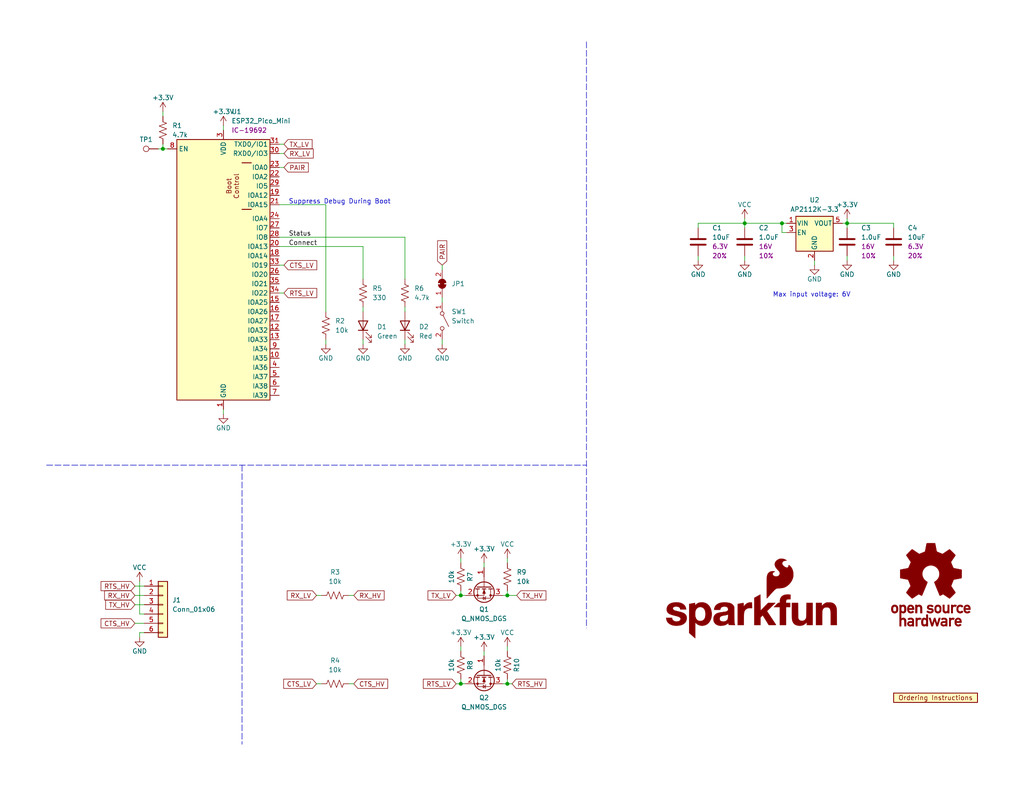
<source format=kicad_sch>
(kicad_sch (version 20230121) (generator eeschema)
  (paper "USLetter")
  (title_block (title "BlueSMiRF - ESP32") (date "2023-07-29") (rev "v10") (comment 1 "Designed by: N. Seidle"))
  (lib_symbols
    (symbol "SparkFun-Aesthetic:OSHW_Logo" (pin_names (offset 1.016)) (in_bom no))
    (symbol "SparkFun-Aesthetic:Ordering_Instructions"
      (symbol "Ordering_Instructions_1_1"
        (text "Ordering Instructions" (at 1.27 0 0) (effects (font (size 1.27 1.27))))
      )
    )
    (symbol "SparkFun-Aesthetic:SparkFun_Logo" (pin_names (offset 1.016)) (on_board no))
    (symbol "SparkFun-Capacitor:1.0uF_0603_16V_10%" (pin_numbers hide) (pin_names (offset 0.254))
      (property "Reference" "C" (at 0.635 2.54 0))
      (property "Value" "1.0uF" (at 0.635 -2.54 0))
      (property "Voltage" "16V" (at 0 -6.35 0))
      (property "Tolerance" "10%" (at 0 -8.89 0))
      (symbol "1.0uF_0603_16V_10%_1_1"
        (pin passive line (at 0 3.81 270) (length 2.794) (name "~") (number "1"))
        (pin passive line (at 0 -3.81 90) (length 2.794) (name "~") (number "2"))
      )
    )
    (symbol "SparkFun-Capacitor:10uF_0603_6.3V_20%" (pin_numbers hide) (pin_names (offset 0.254))
      (property "Reference" "C" (at 0.635 2.54 0))
      (property "Value" "10uF" (at 0.635 -2.54 0))
      (property "Voltage" "6.3V" (at 0 -8.89 0))
      (property "Tolerance" "20%" (at 0 -6.35 0))
      (symbol "10uF_0603_6.3V_20%_1_1"
        (pin passive line (at 0 3.81 270) (length 2.794) (name "~") (number "1"))
        (pin passive line (at 0 -3.81 90) (length 2.794) (name "~") (number "2"))
      )
    )
    (symbol "SparkFun-Connector:Conn_01x06_RA_SMD" (pin_names (offset 1.016) hide)
      (property "Reference" "J" (at 0 7.62 0))
      (property "Value" "Conn_01x06" (at 0 -10.16 0))
      (symbol "Conn_01x06_RA_SMD_1_1"
        (pin passive line (at -5.08 5.08 0) (length 3.81) (name "Pin_1") (number "1"))
        (pin passive line (at -5.08 2.54 0) (length 3.81) (name "Pin_2") (number "2"))
        (pin passive line (at -5.08 0 0) (length 3.81) (name "Pin_3") (number "3"))
        (pin passive line (at -5.08 -2.54 0) (length 3.81) (name "Pin_4") (number "4"))
        (pin passive line (at -5.08 -5.08 0) (length 3.81) (name "Pin_5") (number "5"))
        (pin passive line (at -5.08 -7.62 0) (length 3.81) (name "Pin_6") (number "6"))
      )
    )
    (symbol "SparkFun-Connector:TestPoint_PTH" (pin_numbers hide) (pin_names (offset 0.762) hide)
      (property "Reference" "TP" (at 0 5.08 0))
      (symbol "TestPoint_PTH_1_1"
        (pin passive line (at 0 0 90) (length 2.54) (name "1") (number "1"))
      )
    )
    (symbol "SparkFun-DiscreteSemi:Q_NMOS_0.2A_50V" (pin_names (offset 0) hide)
      (property "Reference" "Q" (at 5.08 1.27 0))
      (property "Value" "Q_NMOS_0.2A_50V" (at 5.08 -1.27 0))
      (symbol "Q_NMOS_0.2A_50V_1_1"
        (pin input line (at -5.08 0 0) (length 2.54) (name "G") (number "1"))
        (pin passive line (at 2.54 -5.08 90) (length 2.54) (name "S") (number "2"))
        (pin passive line (at 2.54 5.08 270) (length 2.54) (name "D") (number "3"))
      )
    )
    (symbol "SparkFun-Jumper:SolderJumper_2_Bridged" (pin_names (offset 0) hide)
      (property "Reference" "JP" (at 0 2.032 0))
      (symbol "SolderJumper_2_Bridged_1_1"
        (pin passive line (at -3.81 0 0) (length 2.54) (name "A") (number "1"))
        (pin passive line (at 3.81 0 180) (length 2.54) (name "B") (number "2"))
      )
    )
    (symbol "SparkFun-LED:LED_Green_0603" (pin_numbers hide) (pin_names (offset 1.016) hide)
      (property "Reference" "D" (at 0 2.54 0))
      (property "Value" "Green" (at 0 -2.54 0))
      (symbol "LED_Green_0603_1_1"
        (pin passive line (at -3.81 0 0) (length 2.54) (name "K") (number "1"))
        (pin passive line (at 3.81 0 180) (length 2.54) (name "A") (number "2"))
      )
    )
    (symbol "SparkFun-LED:LED_Red_0603" (pin_numbers hide) (pin_names (offset 1.016) hide)
      (property "Reference" "D" (at 0 2.54 0))
      (property "Value" "Red" (at 0 -2.54 0))
      (symbol "LED_Red_0603_1_1"
        (pin passive line (at -3.81 0 0) (length 2.54) (name "K") (number "1"))
        (pin passive line (at 3.81 0 180) (length 2.54) (name "A") (number "2"))
      )
    )
    (symbol "SparkFun-PowerSymbol:GND" (power) (pin_names (offset 0))
      (property "Value" "GND" (at 0 -3.81 0))
      (symbol "GND_1_1"
        (pin power_in line (at 0 0 270) (length 0) hide (name "GND") (number "1"))
      )
    )
    (symbol "SparkFun-PowerSymbol:VCC" (power) (pin_names (offset 0))
      (property "Value" "VCC" (at 0 3.81 0))
      (symbol "VCC_1_1"
        (pin power_in line (at 0 0 90) (length 0) hide (name "VCC") (number "1"))
      )
    )
    (symbol "SparkFun-RF:ESP32-PICO-V3-02"
      (property "Reference" "U" (at -12.7 33.02 0))
      (property "Value" "ESP32-PICO-V3-02" (at 1.27 33.02 0))
      (property "PROD_ID" "IC-19692" (at -1.27 -59.69 0))
      (symbol "ESP32-PICO-V3-02_1_1"
        (text "Boot\nControl" (at 2.54 19.05 900) (effects (font (size 1.27 1.27))))
        (pin power_in line (at 0 -41.91 90) (length 2.54) (name "GND") (number "1"))
        (pin input line (at 15.24 -27.94 180) (length 2.54) (name "IA35") (number "10"))
        (pin passive line (at 0 -41.91 90) (length 2.54) hide (name "GND") (number "11"))
        (pin bidirectional line (at 15.24 -20.32 180) (length 2.54) (name "IOA32") (number "12"))
        (pin bidirectional line (at 15.24 -22.86 180) (length 2.54) (name "IOA33") (number "13"))
        (pin passive line (at 0 -41.91 90) (length 2.54) hide (name "GND") (number "14"))
        (pin bidirectional line (at 15.24 -12.7 180) (length 2.54) (name "IOA25") (number "15"))
        (pin bidirectional line (at 15.24 -15.24 180) (length 2.54) (name "IOA26") (number "16"))
        (pin bidirectional line (at 15.24 -17.78 180) (length 2.54) (name "IOA27") (number "17"))
        (pin bidirectional line (at 15.24 0 180) (length 2.54) (name "IOA14") (number "18"))
        (pin bidirectional line (at 15.24 16.51 180) (length 2.54) (name "IOA12") (number "19"))
        (pin passive line (at 0 -41.91 90) (length 2.54) hide (name "GND") (number "2"))
        (pin bidirectional line (at 15.24 2.54 180) (length 2.54) (name "IOA13") (number "20"))
        (pin bidirectional line (at 15.24 13.97 180) (length 2.54) (name "IOA15") (number "21"))
        (pin bidirectional line (at 15.24 21.59 180) (length 2.54) (name "IOA2") (number "22"))
        (pin bidirectional line (at 15.24 24.13 180) (length 2.54) (name "IOA0") (number "23"))
        (pin bidirectional line (at 15.24 10.16 180) (length 2.54) (name "IOA4") (number "24"))
        (pin no_connect line (at -12.7 -11.43 0) (length 2.54) hide (name "NC") (number "25"))
        (pin bidirectional line (at 15.24 -5.08 180) (length 2.54) (name "IO20") (number "26"))
        (pin bidirectional line (at 15.24 7.62 180) (length 2.54) (name "IO7") (number "27"))
        (pin bidirectional line (at 15.24 5.08 180) (length 2.54) (name "IO8") (number "28"))
        (pin bidirectional line (at 15.24 19.05 180) (length 2.54) (name "IO5") (number "29"))
        (pin power_in line (at 0 34.29 270) (length 2.54) (name "VDD") (number "3"))
        (pin bidirectional line (at 15.24 27.94 180) (length 2.54) (name "RXD0/IO3") (number "30"))
        (pin bidirectional line (at 15.24 30.48 180) (length 2.54) (name "TXD0/IO1") (number "31"))
        (pin no_connect line (at -12.7 -13.97 0) (length 2.54) hide (name "NC") (number "32"))
        (pin bidirectional line (at 15.24 -2.54 180) (length 2.54) (name "IO19") (number "33"))
        (pin bidirectional line (at 15.24 -10.16 180) (length 2.54) (name "IO22") (number "34"))
        (pin bidirectional line (at 15.24 -7.62 180) (length 2.54) (name "IO21") (number "35"))
        (pin passive line (at 0 -41.91 90) (length 2.54) hide (name "GND") (number "36"))
        (pin passive line (at 0 -41.91 90) (length 2.54) hide (name "GND") (number "37"))
        (pin passive line (at 0 -41.91 90) (length 2.54) hide (name "GND") (number "38"))
        (pin passive line (at 0 -41.91 90) (length 2.54) hide (name "GND") (number "39"))
        (pin input line (at 15.24 -30.48 180) (length 2.54) (name "IA36") (number "4"))
        (pin passive line (at 0 -41.91 90) (length 2.54) hide (name "GND") (number "40"))
        (pin passive line (at 0 -41.91 90) (length 2.54) hide (name "GND") (number "41"))
        (pin passive line (at 0 -41.91 90) (length 2.54) hide (name "GND") (number "42"))
        (pin passive line (at 0 -41.91 90) (length 2.54) hide (name "GND") (number "43"))
        (pin passive line (at 0 -41.91 90) (length 2.54) hide (name "GND") (number "44"))
        (pin passive line (at 0 -41.91 90) (length 2.54) hide (name "GND") (number "45"))
        (pin passive line (at 0 -41.91 90) (length 2.54) hide (name "GND") (number "46"))
        (pin passive line (at 0 -41.91 90) (length 2.54) hide (name "GND") (number "47"))
        (pin passive line (at 0 -41.91 90) (length 2.54) hide (name "GND") (number "48"))
        (pin passive line (at 0 -41.91 90) (length 2.54) hide (name "GND") (number "49.1"))
        (pin passive line (at 0 -41.91 90) (length 2.54) hide (name "GND") (number "49.2"))
        (pin passive line (at 0 -41.91 90) (length 2.54) hide (name "GND") (number "49.3"))
        (pin passive line (at 0 -41.91 90) (length 2.54) hide (name "GND") (number "49.4"))
        (pin passive line (at 0 -41.91 90) (length 2.54) hide (name "GND") (number "49.5"))
        (pin passive line (at 0 -41.91 90) (length 2.54) hide (name "GND") (number "49.6"))
        (pin passive line (at 0 -41.91 90) (length 2.54) hide (name "GND") (number "49.7"))
        (pin passive line (at 0 -41.91 90) (length 2.54) hide (name "GND") (number "49.8"))
        (pin passive line (at 0 -41.91 90) (length 2.54) hide (name "GND") (number "49.9"))
        (pin input line (at 15.24 -33.02 180) (length 2.54) (name "IA37") (number "5"))
        (pin passive line (at 0 -41.91 90) (length 2.54) hide (name "GND") (number "50"))
        (pin passive line (at 0 -41.91 90) (length 2.54) hide (name "GND") (number "51"))
        (pin passive line (at 0 -41.91 90) (length 2.54) hide (name "GND") (number "52"))
        (pin passive line (at 0 -41.91 90) (length 2.54) hide (name "GND") (number "53"))
        (pin input line (at 15.24 -35.56 180) (length 2.54) (name "IA38") (number "6"))
        (pin input line (at 15.24 -38.1 180) (length 2.54) (name "IA39") (number "7"))
        (pin input line (at -15.24 29.21 0) (length 2.54) (name "EN") (number "8"))
        (pin input line (at 15.24 -25.4 180) (length 2.54) (name "IA34") (number "9"))
      )
    )
    (symbol "SparkFun-Regulator:AP2112K-3.3" (pin_names (offset 0.254))
      (property "Reference" "U3" (at 0 8.89 0))
      (property "Value" "AP2112K-3.3" (at 0 6.35 0))
      (symbol "AP2112K-3.3_1_1"
        (pin power_in line (at -7.62 2.54 0) (length 2.54) (name "VIN") (number "1"))
        (pin power_in line (at 0 -7.62 90) (length 2.54) (name "GND") (number "2"))
        (pin input line (at -7.62 0 0) (length 2.54) (name "EN") (number "3"))
        (pin no_connect line (at 5.08 0 180) (length 2.54) hide (name "NC") (number "4"))
        (pin power_out line (at 7.62 2.54 180) (length 2.54) (name "VOUT") (number "5"))
      )
    )
    (symbol "SparkFun-Resistor:10k_0603" (pin_numbers hide) (pin_names (offset 0))
      (property "Reference" "R" (at 2.54 0 90))
      (property "Value" "10k" (at -2.54 0 90))
      (symbol "10k_0603_1_1"
        (pin passive line (at 0 3.81 270) (length 1.27) (name "~") (number "1"))
        (pin passive line (at 0 -3.81 90) (length 1.27) (name "~") (number "2"))
      )
    )
    (symbol "SparkFun-Resistor:330_0603" (pin_numbers hide) (pin_names (offset 0))
      (property "Reference" "R" (at 2.54 0 90))
      (property "Value" "330" (at -2.54 0 90))
      (symbol "330_0603_1_1"
        (pin passive line (at 0 3.81 270) (length 1.27) (name "~") (number "1"))
        (pin passive line (at 0 -3.81 90) (length 1.27) (name "~") (number "2"))
      )
    )
    (symbol "SparkFun-Resistor:4.7k_0603" (pin_numbers hide) (pin_names (offset 0))
      (property "Reference" "R" (at 2.54 0 90))
      (property "Value" "4.7k" (at -2.54 0 90))
      (symbol "4.7k_0603_1_1"
        (pin passive line (at 0 3.81 270) (length 1.27) (name "~") (number "1"))
        (pin passive line (at 0 -3.81 90) (length 1.27) (name "~") (number "2"))
      )
    )
    (symbol "SparkFun-Switch:SPST_Momentary_4.6x2.8mm" (pin_names (offset 0) hide)
      (property "Reference" "SW" (at 0 3.175 0))
      (property "Value" "SPST_Momentary_4.6x2.8mm" (at 0 -2.54 0))
      (symbol "SPST_Momentary_4.6x2.8mm_1_1"
        (pin passive line (at -5.08 0 0) (length 2.54) (name "A") (number "1"))
        (pin passive line (at 5.08 0 180) (length 2.54) (name "B") (number "2"))
      )
    )
    (symbol "power:+3.3V" (power) (pin_names (offset 0))
      (property "Value" "+3.3V" (at 0 3.556 0))
      (symbol "+3.3V_1_1"
        (pin power_in line (at 0 0 90) (length 0) hide (name "+3.3V") (number "1"))
      )
    )
    (symbol "power:GND" (power) (pin_names (offset 0))
      (property "Value" "GND" (at 0 -3.81 0))
      (symbol "GND_1_1"
        (pin power_in line (at 0 0 270) (length 0) hide (name "GND") (number "1"))
      )
    )
  )
  (junction (at 125.73 162.56))
  (junction (at 44.45 40.64))
  (junction (at 231.14 60.96))
  (junction (at 213.36 60.96))
  (junction (at 138.43 186.69))
  (junction (at 138.43 162.56))
  (junction (at 125.73 186.69))
  (junction (at 203.2 60.96))
  (wire (pts (xy 39.37 167.64) (xy 38.1 167.64)))
  (wire (pts (xy 99.06 67.31) (xy 99.06 76.2)))
  (wire (pts (xy 45.72 40.64) (xy 44.45 40.64)))
  (wire (pts (xy 110.49 64.77) (xy 110.49 76.2)))
  (wire (pts (xy 138.43 152.4) (xy 138.43 153.67)))
  (wire (pts (xy 138.43 185.42) (xy 138.43 186.69)))
  (wire (pts (xy 213.36 60.96) (xy 214.63 60.96)))
  (wire (pts (xy 138.43 161.29) (xy 138.43 162.56)))
  (wire (pts (xy 60.96 34.29) (xy 60.96 35.56)))
  (wire (pts (xy 138.43 186.69) (xy 139.7 186.69)))
  (wire (pts (xy 88.9 55.88) (xy 88.9 85.09)))
  (wire (pts (xy 132.08 177.8) (xy 132.08 179.07)))
  (wire (pts (xy 76.2 45.72) (xy 77.47 45.72)))
  (wire (pts (xy 99.06 92.71) (xy 99.06 93.98)))
  (wire (pts (xy 231.14 60.96) (xy 243.84 60.96)))
  (wire (pts (xy 222.25 71.12) (xy 222.25 72.39)))
  (wire (pts (xy 190.5 60.96) (xy 203.2 60.96)))
  (wire (pts (xy 138.43 176.53) (xy 138.43 177.8)))
  (wire (pts (xy 86.36 162.56) (xy 87.63 162.56)))
  (wire (pts (xy 125.73 152.4) (xy 125.73 153.67)))
  (wire (pts (xy 203.2 69.85) (xy 203.2 71.12)))
  (wire (pts (xy 125.73 161.29) (xy 125.73 162.56)))
  (wire (pts (xy 127 162.56) (xy 125.73 162.56)))
  (wire (pts (xy 132.08 153.67) (xy 132.08 154.94)))
  (polyline (pts (xy 66.04 127) (xy 66.04 203.2)) (stroke (width 0) (type dash)))
  (wire (pts (xy 76.2 39.37) (xy 77.47 39.37)))
  (wire (pts (xy 76.2 80.01) (xy 77.47 80.01)))
  (wire (pts (xy 120.65 93.98) (xy 120.65 92.71)))
  (wire (pts (xy 99.06 83.82) (xy 99.06 85.09)))
  (wire (pts (xy 190.5 62.23) (xy 190.5 60.96)))
  (wire (pts (xy 36.83 160.02) (xy 39.37 160.02)))
  (wire (pts (xy 39.37 172.72) (xy 38.1 172.72)))
  (wire (pts (xy 44.45 30.48) (xy 44.45 31.75)))
  (wire (pts (xy 203.2 59.69) (xy 203.2 60.96)))
  (wire (pts (xy 124.46 162.56) (xy 125.73 162.56)))
  (wire (pts (xy 125.73 185.42) (xy 125.73 186.69)))
  (wire (pts (xy 76.2 64.77) (xy 110.49 64.77)))
  (wire (pts (xy 95.25 186.69) (xy 96.52 186.69)))
  (wire (pts (xy 203.2 60.96) (xy 203.2 62.23)))
  (wire (pts (xy 137.16 162.56) (xy 138.43 162.56)))
  (wire (pts (xy 214.63 63.5) (xy 213.36 63.5)))
  (wire (pts (xy 36.83 162.56) (xy 39.37 162.56)))
  (wire (pts (xy 243.84 60.96) (xy 243.84 62.23)))
  (wire (pts (xy 231.14 69.85) (xy 231.14 71.12)))
  (wire (pts (xy 124.46 186.69) (xy 125.73 186.69)))
  (wire (pts (xy 138.43 162.56) (xy 140.97 162.56)))
  (wire (pts (xy 88.9 93.98) (xy 88.9 92.71)))
  (wire (pts (xy 213.36 63.5) (xy 213.36 60.96)))
  (wire (pts (xy 44.45 40.64) (xy 44.45 39.37)))
  (wire (pts (xy 76.2 67.31) (xy 99.06 67.31)))
  (wire (pts (xy 60.96 113.03) (xy 60.96 111.76)))
  (wire (pts (xy 76.2 55.88) (xy 88.9 55.88)))
  (wire (pts (xy 231.14 60.96) (xy 231.14 62.23)))
  (wire (pts (xy 231.14 59.69) (xy 231.14 60.96)))
  (wire (pts (xy 76.2 41.91) (xy 77.47 41.91)))
  (wire (pts (xy 36.83 165.1) (xy 39.37 165.1)))
  (wire (pts (xy 38.1 172.72) (xy 38.1 173.99)))
  (wire (pts (xy 95.25 162.56) (xy 96.52 162.56)))
  (wire (pts (xy 137.16 186.69) (xy 138.43 186.69)))
  (wire (pts (xy 120.65 72.39) (xy 120.65 73.66)))
  (wire (pts (xy 243.84 69.85) (xy 243.84 71.12)))
  (polyline (pts (xy 12.7 127) (xy 160.02 127)) (stroke (width 0) (type dash)))
  (wire (pts (xy 76.2 72.39) (xy 77.47 72.39)))
  (wire (pts (xy 190.5 69.85) (xy 190.5 71.12)))
  (wire (pts (xy 86.36 186.69) (xy 87.63 186.69)))
  (wire (pts (xy 203.2 60.96) (xy 213.36 60.96)))
  (wire (pts (xy 125.73 186.69) (xy 127 186.69)))
  (wire (pts (xy 110.49 92.71) (xy 110.49 93.98)))
  (wire (pts (xy 43.18 40.64) (xy 44.45 40.64)))
  (wire (pts (xy 120.65 81.28) (xy 120.65 82.55)))
  (wire (pts (xy 229.87 60.96) (xy 231.14 60.96)))
  (wire (pts (xy 38.1 158.75) (xy 38.1 167.64)))
  (wire (pts (xy 125.73 176.53) (xy 125.73 177.8)))
  (wire (pts (xy 36.83 170.18) (xy 39.37 170.18)))
  (polyline (pts (xy 160.02 11.43) (xy 160.02 171.45)) (stroke (width 0) (type dash)))
  (wire (pts (xy 110.49 83.82) (xy 110.49 85.09)))
  (text "Max input voltage: 6V" (at 210.82 81.28 0) (effects (font (size 1.27 1.27)) (justify left bottom)))
  (text "Suppress Debug During Boot" (at 78.74 55.88 0) (effects (font (size 1.27 1.27)) (justify left bottom)))
  (label "Status" (at 78.74 64.77 0))
  (label "Connect" (at 78.74 67.31 0))
  (global_label "TX_LV" (shape input) (at 77.47 39.37 0) (property "Intersheetrefs" "${INTERSHEET_REFS}" (effects hide)))
  (global_label "RX_HV" (shape input) (at 36.83 162.56 180) (property "Intersheetrefs" "${INTERSHEET_REFS}" (effects hide)))
  (global_label "RTS_LV" (shape input) (at 124.46 186.69 180) (property "Intersheetrefs" "${INTERSHEET_REFS}" (effects hide)))
  (global_label "CTS_HV" (shape input) (at 96.52 186.69 0) (property "Intersheetrefs" "${INTERSHEET_REFS}" (effects hide)))
  (global_label "RTS_HV" (shape input) (at 139.7 186.69 0) (property "Intersheetrefs" "${INTERSHEET_REFS}" (effects hide)))
  (global_label "RX_LV" (shape input) (at 86.36 162.56 180) (property "Intersheetrefs" "${INTERSHEET_REFS}" (effects hide)))
  (global_label "PAIR" (shape input) (at 120.65 72.39 90) (property "Intersheetrefs" "${INTERSHEET_REFS}" (effects hide)))
  (global_label "CTS_LV" (shape input) (at 77.47 72.39 0) (property "Intersheetrefs" "${INTERSHEET_REFS}" (effects hide)))
  (global_label "PAIR" (shape input) (at 77.47 45.72 0) (property "Intersheetrefs" "${INTERSHEET_REFS}" (effects hide)))
  (global_label "TX_HV" (shape input) (at 140.97 162.56 0) (property "Intersheetrefs" "${INTERSHEET_REFS}" (effects hide)))
  (global_label "RX_HV" (shape input) (at 96.52 162.56 0) (property "Intersheetrefs" "${INTERSHEET_REFS}" (effects hide)))
  (global_label "RTS_HV" (shape input) (at 36.83 160.02 180) (property "Intersheetrefs" "${INTERSHEET_REFS}" (effects hide)))
  (global_label "RX_LV" (shape input) (at 77.47 41.91 0) (property "Intersheetrefs" "${INTERSHEET_REFS}" (effects hide)))
  (global_label "RTS_LV" (shape input) (at 77.47 80.01 0) (property "Intersheetrefs" "${INTERSHEET_REFS}" (effects hide)))
  (global_label "TX_HV" (shape input) (at 36.83 165.1 180) (property "Intersheetrefs" "${INTERSHEET_REFS}" (effects hide)))
  (global_label "CTS_HV" (shape input) (at 36.83 170.18 180) (property "Intersheetrefs" "${INTERSHEET_REFS}" (effects hide)))
  (global_label "CTS_LV" (shape input) (at 86.36 186.69 180) (property "Intersheetrefs" "${INTERSHEET_REFS}" (effects hide)))
  (global_label "TX_LV" (shape input) (at 124.46 162.56 180) (property "Intersheetrefs" "${INTERSHEET_REFS}" (effects hide)))
  (symbol (lib_id "SparkFun-Jumper:SolderJumper_2_Bridged") (at 120.65 77.47 90) (unit 1)
    (property "Reference" "JP1" (at 123.19 77.47 90) (effects (justify right)))
    (property "Footprint" "SparkFun-Jumper:SMT-JUMPER_2_NC_TRACE_SILK" (effects hide))
  )
  (symbol (lib_id "SparkFun-LED:LED_Green_0603") (at 99.06 88.9 90) (unit 1)
    (property "Reference" "D1" (at 102.87 89.2175 90) (effects (justify right)))
    (property "Value" "Green" (at 102.87 91.7575 90) (effects (justify right)))
    (property "Footprint" "SparkFun-LED:LED_0603_1608Metric" (effects hide))
    (property "Datasheet" "https://docs.broadcom.com/docs/AV02-0551EN" (effects hide))
    (property "PROD_ID" "DIO-00821" (effects hide))
  )
  (symbol (lib_id "SparkFun-Capacitor:1.0uF_0603_16V_10%") (at 231.14 66.04 0) (unit 1)
    (property "Reference" "C3" (at 234.95 62.23 0) (effects (justify left)))
    (property "Value" "1.0uF" (at 234.95 64.77 0) (effects (justify left)))
    (property "Footprint" "SparkFun-Capacitor:C_0603_1608Metric" (effects hide))
    (property "Datasheet" "[link text](https://cdn.sparkfun.com/assets/8/a/4/a/5/Kemet_Capacitor_Datasheet.pdf)" (effects hide))
    (property "PROD_ID" "CAP-13930" (effects hide))
    (property "Voltage" "16V" (at 234.95 67.31 0) (effects (justify left)))
    (property "Tolerance" "10%" (at 234.95 69.85 0) (effects (justify left)))
  )
  (symbol (lib_id "SparkFun-PowerSymbol:VCC") (at 203.2 59.69 0) (unit 1)
    (property "Reference" "#PWR017" (effects hide))
    (property "Value" "VCC" (at 203.2 55.88 0))
  )
  (symbol (lib_id "power:GND") (at 222.25 72.39 0) (unit 1)
    (property "Reference" "#PWR019" (effects hide))
    (property "Value" "GND" (at 222.25 76.2 0))
  )
  (symbol (lib_id "SparkFun-Aesthetic:SparkFun_Logo") (at 204.47 167.64 0) (unit 1) (on_board no)
    (property "Reference" "G1" (effects hide))
    (property "Value" "SparkFun_Logo" (effects hide))
  )
  (symbol (lib_id "power:GND") (at 243.84 71.12 0) (unit 1)
    (property "Reference" "#PWR022" (effects hide))
    (property "Value" "GND" (at 243.84 74.93 0))
  )
  (symbol (lib_id "SparkFun-Resistor:10k_0603") (at 125.73 157.48 0) (unit 1)
    (property "Reference" "R7" (at 128.27 157.48 90))
    (property "Value" "10k" (at 123.19 157.48 90))
    (property "Footprint" "SparkFun-Resistor:R_0603_1608Metric" (effects hide))
    (property "Datasheet" "https://www.vishay.com/docs/20035/dcrcwe3.pdf" (effects hide))
    (property "PROD_ID" "RES-00824" (effects hide))
  )
  (symbol (lib_id "power:+3.3V") (at 125.73 176.53 0) (unit 1)
    (property "Reference" "#PWR011" (effects hide))
    (property "Value" "+3.3V" (at 125.73 172.72 0))
  )
  (symbol (lib_id "SparkFun-Resistor:10k_0603") (at 91.44 162.56 90) (unit 1)
    (property "Reference" "R3" (at 91.44 156.21 90))
    (property "Value" "10k" (at 91.44 158.75 90))
    (property "Footprint" "SparkFun-Resistor:R_0603_1608Metric" (effects hide))
    (property "Datasheet" "https://www.vishay.com/docs/20035/dcrcwe3.pdf" (effects hide))
    (property "PROD_ID" "RES-00824" (effects hide))
  )
  (symbol (lib_id "power:GND") (at 203.2 71.12 0) (unit 1)
    (property "Reference" "#PWR018" (effects hide))
    (property "Value" "GND" (at 203.2 74.93 0))
  )
  (symbol (lib_id "SparkFun-Capacitor:10uF_0603_6.3V_20%") (at 190.5 66.04 0) (unit 1)
    (property "Reference" "C1" (at 194.31 62.23 0) (effects (justify left)))
    (property "Value" "10uF" (at 194.31 64.77 0) (effects (justify left)))
    (property "Footprint" "SparkFun-Capacitor:C_0603_1608Metric" (effects hide))
    (property "Datasheet" "[link text](https://cdn.sparkfun.com/assets/8/a/4/a/5/Kemet_Capacitor_Datasheet.pdf)" (effects hide))
    (property "PROD_ID" "CAP-11015" (effects hide))
    (property "Voltage" "6.3V" (at 194.31 67.31 0) (effects (justify left)))
    (property "Tolerance" "20%" (at 194.31 69.85 0) (effects (justify left)))
  )
  (symbol (lib_id "SparkFun-PowerSymbol:GND") (at 120.65 93.98 0) (unit 1)
    (property "Reference" "#PWR09" (effects hide))
    (property "Value" "GND" (at 120.65 97.79 0))
  )
  (symbol (lib_id "SparkFun-RF:ESP32-PICO-V3-02") (at 60.96 69.85 0) (unit 1)
    (property "Reference" "U1" (at 63.1541 30.48 0) (effects (justify left)))
    (property "Value" "ESP32_Pico_Mini" (at 63.1541 33.02 0) (effects (justify left)))
    (property "Footprint" "SparkFun-RF:ESP32-MINI" (effects hide))
    (property "Datasheet" "https://www.espressif.com/sites/default/files/documentation/esp32-pico-mini-02_datasheet_en.pdf" (effects hide))
    (property "PROD_ID" "IC-19692" (at 63.1541 35.56 0) (effects (justify left)))
  )
  (symbol (lib_id "SparkFun-DiscreteSemi:Q_NMOS_0.2A_50V") (at 132.08 160.02 270) (unit 1)
    (property "Reference" "Q1" (at 132.08 166.37 90))
    (property "Value" "Q_NMOS_DGS" (at 132.08 168.91 90))
    (property "Footprint" "SparkFun-Semiconductor-Standard:SOT23-3" (effects hide))
    (property "Datasheet" "https://cdn.sparkfun.com/datasheets/BreakoutBoards/BSS138.pdf" (effects hide))
    (property "PROD_ID" "TRANS-00830" (effects hide))
  )
  (symbol (lib_id "SparkFun-Capacitor:1.0uF_0603_16V_10%") (at 203.2 66.04 0) (unit 1)
    (property "Reference" "C2" (at 207.01 62.23 0) (effects (justify left)))
    (property "Value" "1.0uF" (at 207.01 64.77 0) (effects (justify left)))
    (property "Footprint" "SparkFun-Capacitor:C_0603_1608Metric" (effects hide))
    (property "Datasheet" "[link text](https://cdn.sparkfun.com/assets/8/a/4/a/5/Kemet_Capacitor_Datasheet.pdf)" (effects hide))
    (property "PROD_ID" "CAP-13930" (effects hide))
    (property "Voltage" "16V" (at 207.01 67.31 0) (effects (justify left)))
    (property "Tolerance" "10%" (at 207.01 69.85 0) (effects (justify left)))
  )
  (symbol (lib_id "SparkFun-Switch:SPST_Momentary_4.6x2.8mm") (at 120.65 87.63 270) (unit 1)
    (property "Reference" "SW1" (at 123.19 85.09 90) (effects (justify left)))
    (property "Value" "Switch" (at 123.19 87.63 90) (effects (justify left)))
    (property "Footprint" "SparkFun-Switch:Momentary_SMD_4.6x2.8mm" (effects hide))
    (property "PROD_ID" "SWCH-15606" (effects hide))
  )
  (symbol (lib_id "SparkFun-Resistor:330_0603") (at 99.06 80.01 0) (unit 1)
    (property "Reference" "R5" (at 101.6 78.74 0) (effects (justify left)))
    (property "Value" "330" (at 101.6 81.28 0) (effects (justify left)))
    (property "Footprint" "SparkFun-Resistor:R_0603_1608Metric" (effects hide))
    (property "Datasheet" "https://www.vishay.com/docs/20035/dcrcwe3.pdf" (effects hide))
    (property "PROD_ID" "RES-00818" (effects hide))
  )
  (symbol (lib_id "SparkFun-Resistor:10k_0603") (at 91.44 186.69 90) (unit 1)
    (property "Reference" "R4" (at 91.44 180.34 90))
    (property "Value" "10k" (at 91.44 182.88 90))
    (property "Footprint" "SparkFun-Resistor:R_0603_1608Metric" (effects hide))
    (property "Datasheet" "https://www.vishay.com/docs/20035/dcrcwe3.pdf" (effects hide))
    (property "PROD_ID" "RES-00824" (effects hide))
  )
  (symbol (lib_id "SparkFun-DiscreteSemi:Q_NMOS_0.2A_50V") (at 132.08 184.15 270) (unit 1)
    (property "Reference" "Q2" (at 132.08 190.5 90))
    (property "Value" "Q_NMOS_DGS" (at 132.08 193.04 90))
    (property "Footprint" "SparkFun-Semiconductor-Standard:SOT23-3" (effects hide))
    (property "Datasheet" "https://cdn.sparkfun.com/datasheets/BreakoutBoards/BSS138.pdf" (effects hide))
    (property "PROD_ID" "TRANS-00830" (effects hide))
  )
  (symbol (lib_id "SparkFun-Capacitor:10uF_0603_6.3V_20%") (at 243.84 66.04 0) (unit 1)
    (property "Reference" "C4" (at 247.65 62.23 0) (effects (justify left)))
    (property "Value" "10uF" (at 247.65 64.77 0) (effects (justify left)))
    (property "Footprint" "SparkFun-Capacitor:C_0603_1608Metric" (effects hide))
    (property "Datasheet" "[link text](https://cdn.sparkfun.com/assets/8/a/4/a/5/Kemet_Capacitor_Datasheet.pdf)" (effects hide))
    (property "PROD_ID" "CAP-11015" (effects hide))
    (property "Voltage" "6.3V" (at 247.65 67.31 0) (effects (justify left)))
    (property "Tolerance" "20%" (at 247.65 69.85 0) (effects (justify left)))
  )
  (symbol (lib_id "SparkFun-Resistor:4.7k_0603") (at 110.49 80.01 0) (unit 1)
    (property "Reference" "R6" (at 113.03 78.74 0) (effects (justify left)))
    (property "Value" "4.7k" (at 113.03 81.28 0) (effects (justify left)))
    (property "Footprint" "SparkFun-Resistor:R_0603_1608Metric" (effects hide))
    (property "Datasheet" "https://www.vishay.com/docs/20035/dcrcwe3.pdf" (effects hide))
    (property "PROD_ID" "RES-07857" (effects hide))
  )
  (symbol (lib_id "SparkFun-Connector:Conn_01x06_RA_SMD") (at 44.45 165.1 0) (unit 1)
    (property "Reference" "J1" (at 46.99 163.83 0) (effects (justify left)))
    (property "Value" "Conn_01x06" (at 46.99 166.37 0) (effects (justify left)))
    (property "Footprint" "SparkFun-Connector:1X06-SMD_RA_MALE" (effects hide))
    (property "Datasheet" "https://www.sparkfun.com/datasheets/Prototyping/Connectors/11029.pdf" (effects hide))
    (property "PROD_ID" "CONN-08971" (effects hide))
  )
  (symbol (lib_id "power:+3.3V") (at 132.08 177.8 0) (unit 1)
    (property "Reference" "#PWR013" (effects hide))
    (property "Value" "+3.3V" (at 132.08 173.99 0))
  )
  (symbol (lib_id "power:+3.3V") (at 44.45 30.48 0) (unit 1)
    (property "Reference" "#PWR03" (effects hide))
    (property "Value" "+3.3V" (at 44.45 26.67 0))
  )
  (symbol (lib_id "power:GND") (at 60.96 113.03 0) (unit 1)
    (property "Reference" "#PWR05" (effects hide))
    (property "Value" "GND" (at 60.96 116.84 0))
  )
  (symbol (lib_id "power:+3.3V") (at 132.08 153.67 0) (unit 1)
    (property "Reference" "#PWR012" (effects hide))
    (property "Value" "+3.3V" (at 132.08 149.86 0))
  )
  (symbol (lib_id "SparkFun-Resistor:10k_0603") (at 138.43 157.48 0) (unit 1)
    (property "Reference" "R9" (at 140.97 156.21 0) (effects (justify left)))
    (property "Value" "10k" (at 140.97 158.75 0) (effects (justify left)))
    (property "Footprint" "SparkFun-Resistor:R_0603_1608Metric" (effects hide))
    (property "Datasheet" "https://www.vishay.com/docs/20035/dcrcwe3.pdf" (effects hide))
    (property "PROD_ID" "RES-00824" (effects hide))
  )
  (symbol (lib_id "SparkFun-PowerSymbol:VCC") (at 138.43 152.4 0) (unit 1)
    (property "Reference" "#PWR014" (effects hide))
    (property "Value" "VCC" (at 138.43 148.59 0))
  )
  (symbol (lib_id "SparkFun-Regulator:AP2112K-3.3") (at 222.25 63.5 0) (unit 1)
    (property "Reference" "U2" (at 222.25 54.61 0))
    (property "Value" "AP2112K-3.3" (at 222.25 57.15 0))
    (property "Footprint" "SparkFun-Semiconductor-Standard:SOT23-5" (effects hide))
    (property "Datasheet" "https://www.diodes.com/assets/Datasheets/AP2112.pdf" (effects hide))
    (property "PROD_ID" "VREG-12457" (effects hide))
  )
  (symbol (lib_id "SparkFun-PowerSymbol:GND") (at 110.49 93.98 0) (unit 1)
    (property "Reference" "#PWR08" (effects hide))
    (property "Value" "GND" (at 110.49 97.79 0))
  )
  (symbol (lib_id "power:+3.3V") (at 60.96 34.29 0) (unit 1)
    (property "Reference" "#PWR04" (effects hide))
    (property "Value" "+3.3V" (at 60.96 30.48 0))
  )
  (symbol (lib_id "SparkFun-PowerSymbol:VCC") (at 38.1 158.75 0) (unit 1)
    (property "Reference" "#PWR01" (effects hide))
    (property "Value" "VCC" (at 38.1 154.94 0))
  )
  (symbol (lib_id "SparkFun-PowerSymbol:GND") (at 99.06 93.98 0) (unit 1)
    (property "Reference" "#PWR07" (effects hide))
    (property "Value" "GND" (at 99.06 97.79 0))
  )
  (symbol (lib_id "SparkFun-PowerSymbol:VCC") (at 138.43 176.53 0) (unit 1)
    (property "Reference" "#PWR015" (effects hide))
    (property "Value" "VCC" (at 138.43 172.72 0))
  )
  (symbol (lib_id "SparkFun-Resistor:10k_0603") (at 88.9 88.9 0) (unit 1)
    (property "Reference" "R2" (at 91.44 87.63 0) (effects (justify left)))
    (property "Value" "10k" (at 91.44 90.17 0) (effects (justify left)))
    (property "Footprint" "SparkFun-Resistor:R_0603_1608Metric" (effects hide))
    (property "Datasheet" "https://www.vishay.com/docs/20035/dcrcwe3.pdf" (effects hide))
    (property "PROD_ID" "RES-00824" (effects hide))
  )
  (symbol (lib_id "SparkFun-LED:LED_Red_0603") (at 110.49 88.9 90) (unit 1)
    (property "Reference" "D2" (at 114.3 89.2175 90) (effects (justify right)))
    (property "Value" "Red" (at 114.3 91.7575 90) (effects (justify right)))
    (property "Footprint" "SparkFun-LED:LED_0603_1608Metric" (effects hide))
    (property "Datasheet" "https://docs.broadcom.com/docs/AV02-0551EN" (effects hide))
    (property "PROD_ID" "DIO-17976" (effects hide))
  )
  (symbol (lib_id "power:GND") (at 231.14 71.12 0) (unit 1)
    (property "Reference" "#PWR021" (effects hide))
    (property "Value" "GND" (at 231.14 74.93 0))
  )
  (symbol (lib_id "SparkFun-Aesthetic:OSHW_Logo") (at 254 163.83 0) (unit 1) (in_bom no)
    (property "Reference" "G2" (effects hide))
    (property "Value" "OSHW_Logo" (effects hide))
    (property "Footprint" "SparkFun-Aesthetic:Creative_Commons_License" (effects hide))
  )
  (symbol (lib_id "power:+3.3V") (at 231.14 59.69 0) (unit 1)
    (property "Reference" "#PWR020" (effects hide))
    (property "Value" "+3.3V" (at 231.14 55.88 0))
  )
  (symbol (lib_id "power:GND") (at 190.5 71.12 0) (unit 1)
    (property "Reference" "#PWR016" (effects hide))
    (property "Value" "GND" (at 190.5 74.93 0))
  )
  (symbol (lib_id "SparkFun-PowerSymbol:GND") (at 88.9 93.98 0) (unit 1)
    (property "Reference" "#PWR06" (effects hide))
    (property "Value" "GND" (at 88.9 97.79 0))
  )
  (symbol (lib_id "SparkFun-Resistor:10k_0603") (at 125.73 181.61 0) (unit 1)
    (property "Reference" "R8" (at 128.27 181.61 90))
    (property "Value" "10k" (at 123.19 181.61 90))
    (property "Footprint" "SparkFun-Resistor:R_0603_1608Metric" (effects hide))
    (property "Datasheet" "https://www.vishay.com/docs/20035/dcrcwe3.pdf" (effects hide))
    (property "PROD_ID" "RES-00824" (effects hide))
  )
  (symbol (lib_id "SparkFun-PowerSymbol:GND") (at 38.1 173.99 0) (unit 1)
    (property "Reference" "#PWR02" (effects hide))
    (property "Value" "GND" (at 38.1 177.8 0))
  )
  (symbol (lib_id "power:+3.3V") (at 125.73 152.4 0) (unit 1)
    (property "Reference" "#PWR010" (effects hide))
    (property "Value" "+3.3V" (at 125.73 148.59 0))
  )
  (symbol (lib_id "SparkFun-Resistor:10k_0603") (at 138.43 181.61 0) (unit 1)
    (property "Reference" "R10" (at 140.97 181.61 90))
    (property "Value" "10k" (at 135.89 181.61 90))
    (property "Footprint" "SparkFun-Resistor:R_0603_1608Metric" (effects hide))
    (property "Datasheet" "https://www.vishay.com/docs/20035/dcrcwe3.pdf" (effects hide))
    (property "PROD_ID" "RES-00824" (effects hide))
  )
  (symbol (lib_id "SparkFun-Resistor:4.7k_0603") (at 44.45 35.56 0) (unit 1)
    (property "Reference" "R1" (at 46.99 34.29 0) (effects (justify left)))
    (property "Value" "4.7k" (at 46.99 36.83 0) (effects (justify left)))
    (property "Footprint" "SparkFun-Resistor:R_0603_1608Metric" (effects hide))
    (property "Datasheet" "https://www.vishay.com/docs/20035/dcrcwe3.pdf" (effects hide))
    (property "PROD_ID" "RES-07857" (effects hide))
  )
  (symbol (lib_id "SparkFun-Aesthetic:Ordering_Instructions") (at 254 190.5 0) (unit 1)
    (property "Reference" "U3" (effects hide))
    (property "Footprint" "SparkFun-Aesthetic:Ordering_Instructions" (effects hide))
  )
  (symbol (lib_id "SparkFun-Connector:TestPoint_PTH") (at 43.18 40.64 90) (unit 1)
    (property "Reference" "TP1" (at 39.878 38.1 90))
    (property "Value" "TestPoint" (effects hide))
    (property "Footprint" "SparkFun-Connector:1X01" (effects hide))
  )
)
</source>
